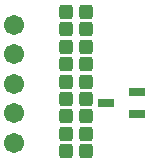
<source format=gbs>
G04*
G04 #@! TF.GenerationSoftware,Altium Limited,Altium Designer,18.0.11 (651)*
G04*
G04 Layer_Color=16711935*
%FSLAX25Y25*%
%MOIN*%
G70*
G01*
G75*
G04:AMPARAMS|DCode=20|XSize=47.37mil|YSize=43.43mil|CornerRadius=8.43mil|HoleSize=0mil|Usage=FLASHONLY|Rotation=270.000|XOffset=0mil|YOffset=0mil|HoleType=Round|Shape=RoundedRectangle|*
%AMROUNDEDRECTD20*
21,1,0.04737,0.02657,0,0,270.0*
21,1,0.03051,0.04343,0,0,270.0*
1,1,0.01686,-0.01329,-0.01526*
1,1,0.01686,-0.01329,0.01526*
1,1,0.01686,0.01329,0.01526*
1,1,0.01686,0.01329,-0.01526*
%
%ADD20ROUNDEDRECTD20*%
%ADD26C,0.06706*%
%ADD41R,0.05524X0.03162*%
D20*
X34252Y55413D02*
D03*
X27559D02*
D03*
X34252Y43799D02*
D03*
X27559D02*
D03*
X27559Y37992D02*
D03*
X34252D02*
D03*
X27559Y20571D02*
D03*
X34252D02*
D03*
X34252Y26378D02*
D03*
X27559D02*
D03*
X34252Y14764D02*
D03*
X27559D02*
D03*
X27559Y32185D02*
D03*
X34252D02*
D03*
X27559Y9055D02*
D03*
X34252D02*
D03*
Y49606D02*
D03*
X27559D02*
D03*
D26*
X10236Y11811D02*
D03*
Y21654D02*
D03*
Y31496D02*
D03*
Y41339D02*
D03*
Y51181D02*
D03*
D41*
X51279Y28839D02*
D03*
Y21358D02*
D03*
X41043Y25098D02*
D03*
M02*

</source>
